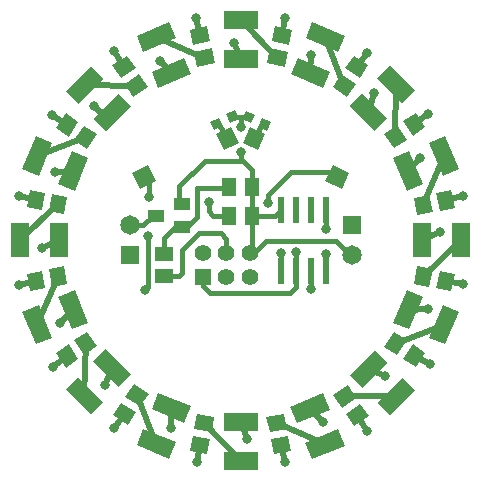
<source format=gtl>
G04 (created by PCBNEW (2013-05-02 BZR 4133)-testing) date Fri 03 May 2013 02:17:12 PM CEST*
%MOIN*%
G04 Gerber Fmt 3.4, Leading zero omitted, Abs format*
%FSLAX34Y34*%
G01*
G70*
G90*
G04 APERTURE LIST*
%ADD10C,0.006*%
%ADD11R,0.0551X0.0393*%
%ADD12R,0.0551181X0.0551181*%
%ADD13C,0.0551181*%
%ADD14R,0.11811X0.0590551*%
%ADD15R,0.0590551X0.11811*%
%ADD16R,0.059X0.0511*%
%ADD17R,0.0511X0.059*%
%ADD18R,0.0649606X0.0649606*%
%ADD19C,0.0649606*%
%ADD20R,0.0236X0.0866*%
%ADD21C,0.0314961*%
%ADD22C,0.015748*%
%ADD23C,0.019685*%
G04 APERTURE END LIST*
G54D10*
G54D11*
X23621Y-25137D03*
X23621Y-24389D03*
X22755Y-24763D03*
G54D12*
X24330Y-26811D03*
G54D13*
X24330Y-26023D03*
X25118Y-26811D03*
X25118Y-26023D03*
X25905Y-26811D03*
X25905Y-26023D03*
G54D10*
G36*
X20508Y-22847D02*
X20056Y-23938D01*
X19510Y-23712D01*
X19962Y-22621D01*
X20508Y-22847D01*
X20508Y-22847D01*
G37*
G36*
X19308Y-22350D02*
X18856Y-23441D01*
X18310Y-23215D01*
X18762Y-22124D01*
X19308Y-22350D01*
X19308Y-22350D01*
G37*
G36*
X20056Y-27242D02*
X20508Y-28333D01*
X19962Y-28559D01*
X19510Y-27468D01*
X20056Y-27242D01*
X20056Y-27242D01*
G37*
G36*
X18856Y-27739D02*
X19308Y-28830D01*
X18762Y-29056D01*
X18310Y-27965D01*
X18856Y-27739D01*
X18856Y-27739D01*
G37*
G36*
X27242Y-31144D02*
X28333Y-30692D01*
X28559Y-31237D01*
X27468Y-31689D01*
X27242Y-31144D01*
X27242Y-31144D01*
G37*
G36*
X27739Y-32344D02*
X28830Y-31892D01*
X29056Y-32438D01*
X27965Y-32890D01*
X27739Y-32344D01*
X27739Y-32344D01*
G37*
G36*
X23938Y-20056D02*
X22847Y-20508D01*
X22621Y-19962D01*
X23712Y-19510D01*
X23938Y-20056D01*
X23938Y-20056D01*
G37*
G36*
X23441Y-18856D02*
X22350Y-19308D01*
X22124Y-18762D01*
X23215Y-18310D01*
X23441Y-18856D01*
X23441Y-18856D01*
G37*
G36*
X22847Y-30672D02*
X23938Y-31124D01*
X23712Y-31670D01*
X22621Y-31218D01*
X22847Y-30672D01*
X22847Y-30672D01*
G37*
G36*
X22350Y-31873D02*
X23441Y-32325D01*
X23215Y-32870D01*
X22124Y-32418D01*
X22350Y-31873D01*
X22350Y-31873D01*
G37*
G54D14*
X25590Y-31633D03*
X25590Y-32933D03*
G54D15*
X19547Y-25590D03*
X18248Y-25590D03*
G54D10*
G36*
X21932Y-21116D02*
X21097Y-21951D01*
X20679Y-21534D01*
X21514Y-20699D01*
X21932Y-21116D01*
X21932Y-21116D01*
G37*
G36*
X21013Y-20198D02*
X20178Y-21033D01*
X19760Y-20615D01*
X20595Y-19780D01*
X21013Y-20198D01*
X21013Y-20198D01*
G37*
G36*
X21097Y-29209D02*
X21932Y-30044D01*
X21514Y-30462D01*
X20679Y-29627D01*
X21097Y-29209D01*
X21097Y-29209D01*
G37*
G36*
X20178Y-30128D02*
X21013Y-30963D01*
X20595Y-31380D01*
X19760Y-30545D01*
X20178Y-30128D01*
X20178Y-30128D01*
G37*
G36*
X24723Y-19693D02*
X24145Y-19808D01*
X24044Y-19307D01*
X24623Y-19192D01*
X24723Y-19693D01*
X24723Y-19693D01*
G37*
G36*
X24577Y-18959D02*
X23998Y-19075D01*
X23898Y-18574D01*
X24476Y-18458D01*
X24577Y-18959D01*
X24577Y-18959D01*
G37*
G36*
X22505Y-20476D02*
X22015Y-20805D01*
X21730Y-20381D01*
X22220Y-20051D01*
X22505Y-20476D01*
X22505Y-20476D01*
G37*
G36*
X22088Y-19855D02*
X21598Y-20184D01*
X21313Y-19760D01*
X21803Y-19431D01*
X22088Y-19855D01*
X22088Y-19855D01*
G37*
G36*
X20805Y-22052D02*
X20478Y-22543D01*
X20053Y-22259D01*
X20380Y-21769D01*
X20805Y-22052D01*
X20805Y-22052D01*
G37*
G36*
X20183Y-21637D02*
X19855Y-22128D01*
X19430Y-21844D01*
X19758Y-21354D01*
X20183Y-21637D01*
X20183Y-21637D01*
G37*
G36*
X19805Y-24129D02*
X19702Y-24710D01*
X19199Y-24622D01*
X19301Y-24041D01*
X19805Y-24129D01*
X19805Y-24129D01*
G37*
G36*
X19068Y-23999D02*
X18965Y-24580D01*
X18462Y-24492D01*
X18565Y-23911D01*
X19068Y-23999D01*
X19068Y-23999D01*
G37*
G36*
X19693Y-26457D02*
X19808Y-27036D01*
X19307Y-27136D01*
X19192Y-26557D01*
X19693Y-26457D01*
X19693Y-26457D01*
G37*
G36*
X18959Y-26604D02*
X19075Y-27182D01*
X18574Y-27282D01*
X18458Y-26704D01*
X18959Y-26604D01*
X18959Y-26604D01*
G37*
G36*
X20476Y-28636D02*
X20805Y-29126D01*
X20381Y-29411D01*
X20051Y-28921D01*
X20476Y-28636D01*
X20476Y-28636D01*
G37*
G36*
X19855Y-29053D02*
X20184Y-29543D01*
X19760Y-29828D01*
X19431Y-29338D01*
X19855Y-29053D01*
X19855Y-29053D01*
G37*
G36*
X22030Y-30375D02*
X22522Y-30700D01*
X22240Y-31126D01*
X21748Y-30801D01*
X22030Y-30375D01*
X22030Y-30375D01*
G37*
G36*
X21617Y-30998D02*
X22109Y-31324D01*
X21827Y-31750D01*
X21335Y-31425D01*
X21617Y-30998D01*
X21617Y-30998D01*
G37*
G36*
X24140Y-31373D02*
X24719Y-31484D01*
X24623Y-31986D01*
X24043Y-31875D01*
X24140Y-31373D01*
X24140Y-31373D01*
G37*
G36*
X23998Y-32107D02*
X24578Y-32219D01*
X24481Y-32721D01*
X23902Y-32609D01*
X23998Y-32107D01*
X23998Y-32107D01*
G37*
G36*
X26453Y-31490D02*
X27031Y-31371D01*
X27134Y-31871D01*
X26557Y-31991D01*
X26453Y-31490D01*
X26453Y-31490D01*
G37*
G36*
X26605Y-32223D02*
X27182Y-32103D01*
X27286Y-32603D01*
X26708Y-32723D01*
X26605Y-32223D01*
X26605Y-32223D01*
G37*
G36*
X28673Y-30748D02*
X29160Y-30416D01*
X29448Y-30838D01*
X28961Y-31170D01*
X28673Y-30748D01*
X28673Y-30748D01*
G37*
G36*
X29094Y-31366D02*
X29582Y-31034D01*
X29870Y-31456D01*
X29382Y-31788D01*
X29094Y-31366D01*
X29094Y-31366D01*
G37*
G36*
X30374Y-29135D02*
X30696Y-28641D01*
X31124Y-28920D01*
X30802Y-29414D01*
X30374Y-29135D01*
X30374Y-29135D01*
G37*
G36*
X31001Y-29544D02*
X31323Y-29049D01*
X31751Y-29328D01*
X31429Y-29823D01*
X31001Y-29544D01*
X31001Y-29544D01*
G37*
G36*
X27055Y-19808D02*
X26477Y-19693D01*
X26577Y-19192D01*
X27155Y-19307D01*
X27055Y-19808D01*
X27055Y-19808D01*
G37*
G36*
X27202Y-19075D02*
X26623Y-18959D01*
X26723Y-18458D01*
X27302Y-18574D01*
X27202Y-19075D01*
X27202Y-19075D01*
G37*
G36*
X31487Y-24743D02*
X31372Y-24164D01*
X31873Y-24064D01*
X31988Y-24643D01*
X31487Y-24743D01*
X31487Y-24743D01*
G37*
G36*
X32221Y-24596D02*
X32105Y-24018D01*
X32606Y-23918D01*
X32722Y-24496D01*
X32221Y-24596D01*
X32221Y-24596D01*
G37*
G36*
X29148Y-20805D02*
X28657Y-20478D01*
X28940Y-20053D01*
X29431Y-20380D01*
X29148Y-20805D01*
X29148Y-20805D01*
G37*
G36*
X29563Y-20183D02*
X29072Y-19855D01*
X29355Y-19430D01*
X29846Y-19758D01*
X29563Y-20183D01*
X29563Y-20183D01*
G37*
G36*
X30702Y-22523D02*
X30375Y-22032D01*
X30800Y-21749D01*
X31128Y-22240D01*
X30702Y-22523D01*
X30702Y-22523D01*
G37*
G36*
X31325Y-22108D02*
X30997Y-21617D01*
X31423Y-21334D01*
X31750Y-21825D01*
X31325Y-22108D01*
X31325Y-22108D01*
G37*
G36*
X31372Y-27036D02*
X31487Y-26457D01*
X31988Y-26557D01*
X31873Y-27136D01*
X31372Y-27036D01*
X31372Y-27036D01*
G37*
G36*
X32105Y-27182D02*
X32221Y-26604D01*
X32722Y-26704D01*
X32606Y-27282D01*
X32105Y-27182D01*
X32105Y-27182D01*
G37*
G54D16*
X23031Y-26791D03*
X23031Y-26043D03*
G54D17*
X25216Y-23799D03*
X25964Y-23799D03*
G54D10*
G36*
X30672Y-28333D02*
X31124Y-27242D01*
X31670Y-27468D01*
X31218Y-28559D01*
X30672Y-28333D01*
X30672Y-28333D01*
G37*
G36*
X31873Y-28830D02*
X32325Y-27739D01*
X32870Y-27965D01*
X32418Y-29056D01*
X31873Y-28830D01*
X31873Y-28830D01*
G37*
G36*
X31124Y-23938D02*
X30672Y-22847D01*
X31218Y-22621D01*
X31670Y-23712D01*
X31124Y-23938D01*
X31124Y-23938D01*
G37*
G36*
X32325Y-23441D02*
X31873Y-22350D01*
X32418Y-22124D01*
X32870Y-23215D01*
X32325Y-23441D01*
X32325Y-23441D01*
G37*
G54D14*
X25590Y-19547D03*
X25590Y-18248D03*
G54D15*
X31633Y-25590D03*
X32933Y-25590D03*
G54D10*
G36*
X30064Y-21932D02*
X29229Y-21097D01*
X29646Y-20679D01*
X30481Y-21514D01*
X30064Y-21932D01*
X30064Y-21932D01*
G37*
G36*
X30983Y-21013D02*
X30147Y-20178D01*
X30565Y-19760D01*
X31400Y-20595D01*
X30983Y-21013D01*
X30983Y-21013D01*
G37*
G36*
X29229Y-30084D02*
X30064Y-29248D01*
X30481Y-29666D01*
X29646Y-30501D01*
X29229Y-30084D01*
X29229Y-30084D01*
G37*
G36*
X30147Y-31002D02*
X30983Y-30167D01*
X31400Y-30585D01*
X30565Y-31420D01*
X30147Y-31002D01*
X30147Y-31002D01*
G37*
G36*
X28353Y-20508D02*
X27262Y-20056D01*
X27488Y-19510D01*
X28579Y-19962D01*
X28353Y-20508D01*
X28353Y-20508D01*
G37*
G36*
X28850Y-19308D02*
X27759Y-18856D01*
X27985Y-18310D01*
X29076Y-18762D01*
X28850Y-19308D01*
X28850Y-19308D01*
G37*
G36*
X25655Y-22336D02*
X25904Y-21801D01*
X26404Y-22034D01*
X26154Y-22569D01*
X25655Y-22336D01*
X25655Y-22336D01*
G37*
G36*
X28420Y-23626D02*
X28670Y-23091D01*
X29205Y-23340D01*
X28955Y-23875D01*
X28420Y-23626D01*
X28420Y-23626D01*
G37*
G36*
X25276Y-21801D02*
X25525Y-22336D01*
X25026Y-22569D01*
X24776Y-22034D01*
X25276Y-21801D01*
X25276Y-21801D01*
G37*
G36*
X22511Y-23091D02*
X22760Y-23626D01*
X22225Y-23875D01*
X21975Y-23340D01*
X22511Y-23091D01*
X22511Y-23091D01*
G37*
G54D18*
X29291Y-25090D03*
G54D19*
X29291Y-26090D03*
G54D18*
X21889Y-26090D03*
G54D19*
X21889Y-25090D03*
G54D20*
X28446Y-24567D03*
X27946Y-24567D03*
X27446Y-24567D03*
X26946Y-24567D03*
X26946Y-26613D03*
X27446Y-26613D03*
X27946Y-26613D03*
X28446Y-26613D03*
G54D17*
X25216Y-24763D03*
X25964Y-24763D03*
G54D10*
G36*
X25776Y-21263D02*
X26061Y-21396D01*
X25928Y-21680D01*
X25643Y-21548D01*
X25776Y-21263D01*
X25776Y-21263D01*
G37*
G36*
X26311Y-21512D02*
X26595Y-21645D01*
X26463Y-21930D01*
X26178Y-21797D01*
X26311Y-21512D01*
X26311Y-21512D01*
G37*
G36*
X25534Y-21542D02*
X25250Y-21675D01*
X25117Y-21390D01*
X25401Y-21258D01*
X25534Y-21542D01*
X25534Y-21542D01*
G37*
G36*
X24999Y-21792D02*
X24715Y-21924D01*
X24582Y-21640D01*
X24867Y-21507D01*
X24999Y-21792D01*
X24999Y-21792D01*
G37*
G54D21*
X28444Y-26043D03*
X24547Y-24311D03*
X26515Y-24350D03*
X27440Y-25984D03*
X26929Y-26003D03*
X28444Y-25196D03*
X22519Y-25433D03*
X22401Y-27244D03*
X22539Y-24153D03*
X27933Y-27204D03*
X25590Y-22637D03*
X25590Y-21811D03*
X21082Y-30413D03*
X30039Y-20669D03*
X32244Y-25314D03*
X31830Y-27893D03*
X30413Y-30098D03*
X25807Y-32224D03*
X23267Y-31850D03*
X25374Y-18996D03*
X27933Y-19409D03*
X18956Y-25846D03*
X19409Y-23307D03*
X22893Y-19606D03*
X20708Y-21122D03*
X31574Y-22854D03*
X28326Y-31653D03*
X19586Y-28346D03*
X32992Y-24094D03*
X32992Y-27047D03*
X27086Y-32992D03*
X24094Y-18188D03*
X27086Y-18188D03*
X24133Y-32992D03*
X21377Y-31850D03*
X19330Y-29803D03*
X18188Y-27086D03*
X18188Y-24094D03*
X19291Y-21417D03*
X21377Y-19291D03*
X29803Y-19330D03*
X31850Y-21377D03*
X31889Y-29724D03*
X29803Y-31929D03*
G54D22*
X28446Y-26613D02*
X28446Y-26045D01*
X28446Y-26045D02*
X28444Y-26043D01*
X25216Y-24763D02*
X24685Y-24763D01*
X24685Y-24763D02*
X24547Y-24625D01*
X24547Y-24625D02*
X24547Y-24311D01*
X26515Y-24350D02*
X26515Y-24074D01*
X27446Y-26613D02*
X27446Y-25990D01*
X27446Y-25990D02*
X27440Y-25984D01*
X26515Y-24074D02*
X27283Y-23307D01*
X27283Y-23307D02*
X28793Y-23307D01*
G54D23*
X28793Y-23307D02*
X28812Y-23326D01*
G54D22*
X24330Y-26811D02*
X24330Y-27106D01*
X27446Y-27139D02*
X27446Y-26613D01*
X27244Y-27342D02*
X27446Y-27139D01*
X24566Y-27342D02*
X27244Y-27342D01*
X24330Y-27106D02*
X24566Y-27342D01*
X26946Y-26021D02*
X26946Y-26613D01*
X26929Y-26003D02*
X26946Y-26021D01*
X23031Y-26791D02*
X23523Y-26791D01*
X25118Y-25531D02*
X25118Y-26023D01*
X24940Y-25354D02*
X25118Y-25531D01*
X24192Y-25354D02*
X24940Y-25354D01*
X23641Y-25905D02*
X24192Y-25354D01*
X23641Y-26673D02*
X23641Y-25905D01*
X23523Y-26791D02*
X23641Y-26673D01*
X28444Y-25196D02*
X28446Y-25194D01*
X28446Y-25194D02*
X28446Y-24567D01*
X22539Y-24153D02*
X22539Y-23654D01*
X22519Y-25433D02*
X22500Y-25452D01*
X22500Y-25452D02*
X22500Y-27145D01*
X22500Y-27145D02*
X22401Y-27244D01*
X22539Y-23654D02*
X22368Y-23483D01*
X27946Y-27190D02*
X27946Y-26613D01*
X27933Y-27204D02*
X27946Y-27190D01*
X23543Y-23779D02*
X23543Y-24389D01*
X23543Y-24389D02*
X23543Y-24389D01*
X25590Y-21466D02*
X25590Y-21811D01*
X25590Y-22637D02*
X25590Y-22933D01*
X25326Y-21466D02*
X25590Y-21466D01*
X25590Y-21466D02*
X25847Y-21466D01*
X25847Y-21466D02*
X25852Y-21472D01*
X25964Y-24763D02*
X25964Y-23799D01*
X25964Y-23799D02*
X25964Y-23228D01*
X25669Y-22933D02*
X25964Y-23228D01*
X25669Y-22933D02*
X25590Y-22933D01*
X23543Y-23779D02*
X23543Y-23779D01*
X23543Y-23779D02*
X24389Y-22933D01*
X24389Y-22933D02*
X25590Y-22933D01*
X25964Y-24763D02*
X25964Y-25964D01*
X25964Y-25964D02*
X25905Y-26023D01*
X25964Y-24763D02*
X26750Y-24763D01*
X26750Y-24763D02*
X26946Y-24567D01*
X25905Y-26023D02*
X26023Y-26023D01*
X29240Y-26090D02*
X29507Y-26090D01*
X28759Y-25610D02*
X29240Y-26090D01*
X26437Y-25610D02*
X28759Y-25610D01*
X26023Y-26023D02*
X26437Y-25610D01*
X25151Y-22185D02*
X25151Y-22076D01*
X25151Y-22076D02*
X24791Y-21716D01*
G54D23*
X18809Y-28398D02*
X19500Y-26796D01*
X20428Y-29023D02*
X20387Y-30754D01*
X22135Y-30751D02*
X22782Y-32371D01*
X24381Y-31679D02*
X25590Y-32933D01*
X24362Y-31778D02*
X24475Y-31778D01*
X18248Y-25590D02*
X19502Y-24375D01*
X18809Y-22782D02*
X20429Y-22156D01*
X20387Y-20406D02*
X22118Y-20428D01*
G54D22*
X26029Y-22185D02*
X26029Y-22079D01*
X26029Y-22079D02*
X26387Y-21721D01*
G54D23*
X22782Y-18809D02*
X24384Y-19500D01*
X21082Y-30413D02*
X21305Y-29835D01*
X30039Y-20669D02*
X29855Y-21305D01*
X32244Y-25314D02*
X31633Y-25590D01*
X31830Y-27893D02*
X31171Y-27901D01*
X30413Y-30098D02*
X29855Y-29875D01*
X25807Y-32224D02*
X25590Y-31633D01*
X23267Y-31850D02*
X23280Y-31171D01*
X25374Y-18996D02*
X25590Y-19547D01*
X27933Y-19409D02*
X27920Y-20009D01*
X18956Y-25846D02*
X19547Y-25590D01*
X19409Y-23307D02*
X20009Y-23280D01*
X23280Y-19992D02*
X22893Y-19606D01*
X23280Y-19992D02*
X23280Y-20009D01*
X20912Y-21325D02*
X20708Y-21122D01*
X20912Y-21325D02*
X21305Y-21325D01*
X31171Y-23277D02*
X31574Y-22854D01*
X31171Y-23280D02*
X31171Y-23277D01*
X27901Y-31227D02*
X28326Y-31653D01*
X27901Y-31227D02*
X27901Y-31191D01*
X20009Y-27923D02*
X19586Y-28346D01*
X20009Y-27901D02*
X20009Y-27923D01*
X25590Y-18248D02*
X26816Y-19500D01*
X28417Y-18809D02*
X29044Y-20429D01*
X30751Y-22136D02*
X30774Y-20387D01*
X32992Y-24094D02*
X32413Y-24257D01*
X32992Y-27047D02*
X32413Y-26943D01*
X27086Y-32992D02*
X26945Y-32413D01*
X24094Y-18188D02*
X24237Y-18767D01*
X27086Y-18188D02*
X26963Y-18767D01*
X24133Y-32992D02*
X24240Y-32414D01*
X21377Y-31850D02*
X21722Y-31374D01*
X19330Y-29803D02*
X19807Y-29440D01*
X18767Y-26943D02*
X18188Y-27086D01*
X18188Y-24094D02*
X18765Y-24246D01*
X19806Y-21741D02*
X19291Y-21417D01*
X21700Y-19807D02*
X21377Y-19291D01*
X29459Y-19806D02*
X29803Y-19330D01*
X31374Y-21721D02*
X31850Y-21377D01*
X31376Y-29436D02*
X31889Y-29724D01*
X29482Y-31411D02*
X29803Y-31929D01*
X29502Y-31569D02*
X29502Y-31450D01*
X21700Y-19673D02*
X21700Y-19807D01*
X31680Y-24403D02*
X32371Y-22782D01*
X31680Y-26796D02*
X32933Y-25590D01*
X30749Y-29028D02*
X32371Y-28398D01*
X29060Y-30793D02*
X30774Y-30793D01*
X26794Y-31681D02*
X28398Y-32391D01*
G54D22*
X23543Y-25137D02*
X23799Y-25137D01*
X25157Y-23858D02*
X25216Y-23799D01*
X24133Y-24803D02*
X24133Y-23858D01*
X24133Y-23858D02*
X25157Y-23858D01*
X23799Y-25137D02*
X24133Y-24803D01*
X23031Y-25512D02*
X23406Y-25137D01*
X23031Y-26043D02*
X23031Y-25512D01*
X23406Y-25137D02*
X23543Y-25137D01*
X21889Y-25090D02*
X22350Y-25090D01*
X22350Y-25090D02*
X22677Y-24763D01*
M02*

</source>
